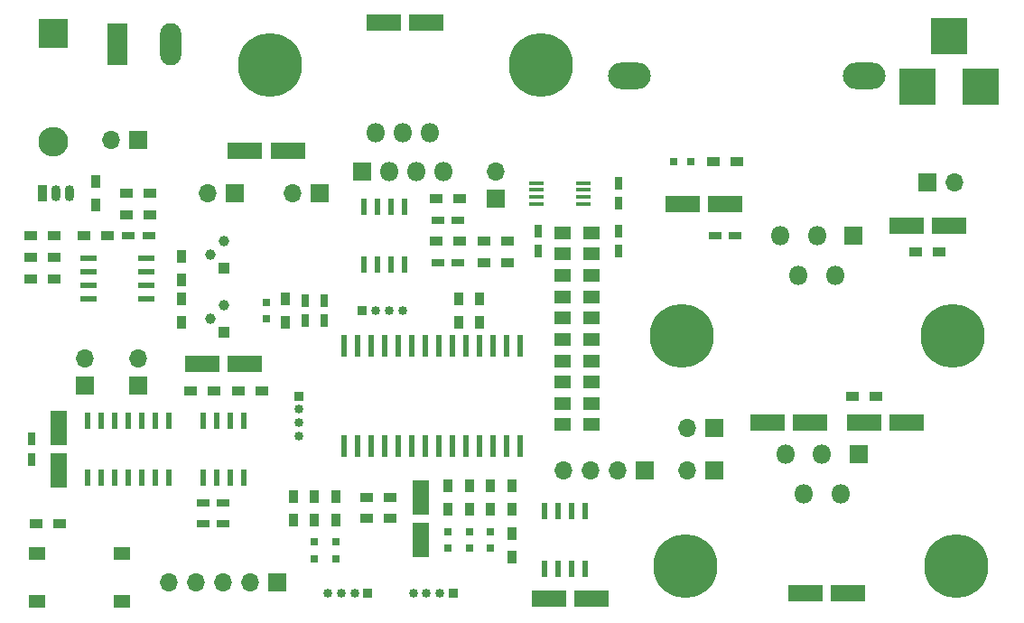
<source format=gts>
G04 #@! TF.FileFunction,Soldermask,Top*
%FSLAX46Y46*%
G04 Gerber Fmt 4.6, Leading zero omitted, Abs format (unit mm)*
G04 Created by KiCad (PCBNEW 4.0.7-e2-6376~58~ubuntu16.04.1) date Thu Jan 18 23:56:28 2018*
%MOMM*%
%LPD*%
G01*
G04 APERTURE LIST*
%ADD10C,0.100000*%
%ADD11R,0.900000X1.200000*%
%ADD12R,2.800000X2.800000*%
%ADD13O,2.800000X2.800000*%
%ADD14R,1.700000X1.700000*%
%ADD15O,1.700000X1.700000*%
%ADD16R,1.500000X3.200000*%
%ADD17R,1.200000X0.900000*%
%ADD18R,0.750000X1.200000*%
%ADD19R,1.200000X0.750000*%
%ADD20R,3.200000X1.500000*%
%ADD21R,3.500000X3.500000*%
%ADD22R,0.800000X0.800000*%
%ADD23O,4.000000X2.500000*%
%ADD24C,5.999480*%
%ADD25R,0.850000X0.850000*%
%ADD26C,0.850000*%
%ADD27R,1.980000X3.960000*%
%ADD28O,1.980000X3.960000*%
%ADD29C,1.000000*%
%ADD30R,1.000000X1.000000*%
%ADD31R,1.500000X1.300000*%
%ADD32R,1.550000X1.300000*%
%ADD33R,0.600000X1.550000*%
%ADD34R,0.600000X1.500000*%
%ADD35R,0.600000X2.000000*%
%ADD36R,1.800000X1.800000*%
%ADD37O,1.800000X1.800000*%
%ADD38O,0.900000X1.500000*%
%ADD39R,0.900000X1.500000*%
%ADD40R,1.450000X0.450000*%
%ADD41R,1.550000X0.600000*%
G04 APERTURE END LIST*
D10*
D11*
X40000000Y-50900000D03*
X40000000Y-53100000D03*
D12*
X36000000Y-37000000D03*
D13*
X36000000Y-47160000D03*
D14*
X44000000Y-70000000D03*
D15*
X44000000Y-67460000D03*
D16*
X36500000Y-78000000D03*
X36500000Y-74000000D03*
D17*
X65400000Y-80500000D03*
X67600000Y-80500000D03*
D18*
X59600000Y-62050000D03*
X59600000Y-63950000D03*
D19*
X50050000Y-81000000D03*
X51950000Y-81000000D03*
D18*
X61400000Y-62050000D03*
X61400000Y-63950000D03*
D19*
X50050000Y-83000000D03*
X51950000Y-83000000D03*
D20*
X82500000Y-90000000D03*
X86500000Y-90000000D03*
X54000000Y-68000000D03*
X50000000Y-68000000D03*
D19*
X44950000Y-56000000D03*
X43050000Y-56000000D03*
D16*
X70500000Y-80500000D03*
X70500000Y-84500000D03*
D18*
X34000000Y-76950000D03*
X34000000Y-75050000D03*
X89000000Y-52950000D03*
X89000000Y-51050000D03*
D20*
X58000000Y-48000000D03*
X54000000Y-48000000D03*
D18*
X81500000Y-55550000D03*
X81500000Y-57450000D03*
X89000000Y-55550000D03*
X89000000Y-57450000D03*
D20*
X99000000Y-53000000D03*
X95000000Y-53000000D03*
D19*
X99950000Y-56000000D03*
X98050000Y-56000000D03*
D20*
X116000000Y-55000000D03*
X120000000Y-55000000D03*
X106500000Y-89500000D03*
X110500000Y-89500000D03*
X116000000Y-73500000D03*
X112000000Y-73500000D03*
X107000000Y-73500000D03*
X103000000Y-73500000D03*
D19*
X72050000Y-54500000D03*
X73950000Y-54500000D03*
X72050000Y-58500000D03*
X73950000Y-58500000D03*
D20*
X71000000Y-36000000D03*
X67000000Y-36000000D03*
D21*
X117000000Y-42000000D03*
X123000000Y-42000000D03*
X120000000Y-37300000D03*
D22*
X77000000Y-83700000D03*
X77000000Y-85300000D03*
X75000000Y-83700000D03*
X75000000Y-85300000D03*
X62500000Y-84700000D03*
X62500000Y-86300000D03*
X60500000Y-84700000D03*
X60500000Y-86300000D03*
X73000000Y-83700000D03*
X73000000Y-85300000D03*
X56000000Y-63800000D03*
X56000000Y-62200000D03*
D23*
X112000000Y-41000000D03*
X90000000Y-41000000D03*
D24*
X81700000Y-40000000D03*
X56300000Y-40000000D03*
X120700000Y-87000000D03*
X95300000Y-87000000D03*
X120300000Y-65400000D03*
X94900000Y-65400000D03*
D14*
X39000000Y-70000000D03*
D15*
X39000000Y-67460000D03*
D14*
X53000000Y-52000000D03*
D15*
X50460000Y-52000000D03*
D14*
X44000000Y-47000000D03*
D15*
X41460000Y-47000000D03*
D14*
X77500000Y-52500000D03*
D15*
X77500000Y-49960000D03*
D14*
X118000000Y-51000000D03*
D15*
X120540000Y-51000000D03*
D14*
X98000000Y-78000000D03*
D15*
X95460000Y-78000000D03*
D14*
X98000000Y-74000000D03*
D15*
X95460000Y-74000000D03*
D14*
X91500000Y-78000000D03*
D15*
X88960000Y-78000000D03*
X86420000Y-78000000D03*
X83880000Y-78000000D03*
D14*
X57000000Y-88500000D03*
D15*
X54460000Y-88500000D03*
X51920000Y-88500000D03*
X49380000Y-88500000D03*
X46840000Y-88500000D03*
D25*
X65500000Y-89500000D03*
D26*
X64250000Y-89500000D03*
X63000000Y-89500000D03*
X61750000Y-89500000D03*
D25*
X73500000Y-89500000D03*
D26*
X72250000Y-89500000D03*
X71000000Y-89500000D03*
X69750000Y-89500000D03*
D27*
X42000000Y-38000000D03*
D28*
X47000000Y-38000000D03*
D29*
X50730000Y-57730000D03*
X52000000Y-56460000D03*
D30*
X52000000Y-59000000D03*
D29*
X50730000Y-63730000D03*
X52000000Y-62460000D03*
D30*
X52000000Y-65000000D03*
D11*
X79000000Y-81600000D03*
X79000000Y-79400000D03*
D17*
X51100000Y-70500000D03*
X48900000Y-70500000D03*
D11*
X79000000Y-83900000D03*
X79000000Y-86100000D03*
D17*
X53400000Y-70500000D03*
X55600000Y-70500000D03*
X34400000Y-83000000D03*
X36600000Y-83000000D03*
X36100000Y-56000000D03*
X33900000Y-56000000D03*
X42900000Y-52000000D03*
X45100000Y-52000000D03*
X36100000Y-58000000D03*
X33900000Y-58000000D03*
X36100000Y-60000000D03*
X33900000Y-60000000D03*
D11*
X77000000Y-79400000D03*
X77000000Y-81600000D03*
X75000000Y-79400000D03*
X75000000Y-81600000D03*
D17*
X65400000Y-82500000D03*
X67600000Y-82500000D03*
D31*
X83750000Y-73700000D03*
X86450000Y-73700000D03*
X83750000Y-71700000D03*
X86450000Y-71700000D03*
X83750000Y-69700000D03*
X86450000Y-69700000D03*
X83750000Y-67700000D03*
X86450000Y-67700000D03*
X83750000Y-65700000D03*
X86450000Y-65700000D03*
X83750000Y-63700000D03*
X86450000Y-63700000D03*
X83750000Y-61700000D03*
X86450000Y-61700000D03*
X83750000Y-59700000D03*
X86450000Y-59700000D03*
X83750000Y-57700000D03*
X86450000Y-57700000D03*
X83750000Y-55700000D03*
X86450000Y-55700000D03*
D11*
X48000000Y-60100000D03*
X48000000Y-57900000D03*
D17*
X38900000Y-56000000D03*
X41100000Y-56000000D03*
X42900000Y-54000000D03*
X45100000Y-54000000D03*
D11*
X48000000Y-61900000D03*
X48000000Y-64100000D03*
X57800000Y-61900000D03*
X57800000Y-64100000D03*
X58500000Y-82600000D03*
X58500000Y-80400000D03*
D17*
X71900000Y-52500000D03*
X74100000Y-52500000D03*
X113100000Y-71000000D03*
X110900000Y-71000000D03*
D11*
X76000000Y-64100000D03*
X76000000Y-61900000D03*
X74000000Y-64100000D03*
X74000000Y-61900000D03*
D17*
X74100000Y-56500000D03*
X71900000Y-56500000D03*
D11*
X62500000Y-82600000D03*
X62500000Y-80400000D03*
X60500000Y-82600000D03*
X60500000Y-80400000D03*
X73000000Y-79400000D03*
X73000000Y-81600000D03*
D17*
X78600000Y-56500000D03*
X76400000Y-56500000D03*
X76400000Y-58500000D03*
X78600000Y-58500000D03*
X116900000Y-57500000D03*
X119100000Y-57500000D03*
D32*
X42475000Y-90250000D03*
X34525000Y-90250000D03*
X42475000Y-85750000D03*
X34525000Y-85750000D03*
D33*
X82095000Y-87200000D03*
X83365000Y-87200000D03*
X84635000Y-87200000D03*
X85905000Y-87200000D03*
X85905000Y-81800000D03*
X84635000Y-81800000D03*
X83365000Y-81800000D03*
X82095000Y-81800000D03*
X50095000Y-78700000D03*
X51365000Y-78700000D03*
X52635000Y-78700000D03*
X53905000Y-78700000D03*
X53905000Y-73300000D03*
X52635000Y-73300000D03*
X51365000Y-73300000D03*
X50095000Y-73300000D03*
D34*
X39190000Y-78700000D03*
X40460000Y-78700000D03*
X41730000Y-78700000D03*
X43000000Y-78700000D03*
X44270000Y-78700000D03*
X45540000Y-78700000D03*
X46810000Y-78700000D03*
X46810000Y-73300000D03*
X45540000Y-73300000D03*
X44270000Y-73300000D03*
X43000000Y-73300000D03*
X41730000Y-73300000D03*
X40460000Y-73300000D03*
X39190000Y-73300000D03*
D35*
X79755000Y-66300000D03*
X78485000Y-66300000D03*
X77215000Y-66300000D03*
X75945000Y-66300000D03*
X74675000Y-66300000D03*
X73405000Y-66300000D03*
X72135000Y-66300000D03*
X70865000Y-66300000D03*
X69595000Y-66300000D03*
X68325000Y-66300000D03*
X67055000Y-66300000D03*
X65785000Y-66300000D03*
X64515000Y-66300000D03*
X63245000Y-66300000D03*
X63245000Y-75700000D03*
X64515000Y-75700000D03*
X65785000Y-75700000D03*
X67055000Y-75700000D03*
X68325000Y-75700000D03*
X69595000Y-75700000D03*
X70865000Y-75700000D03*
X72135000Y-75700000D03*
X73405000Y-75700000D03*
X74675000Y-75700000D03*
X75945000Y-75700000D03*
X77215000Y-75700000D03*
X78485000Y-75700000D03*
X79755000Y-75700000D03*
D36*
X65000000Y-50000000D03*
D37*
X66270000Y-46300000D03*
X67540000Y-50000000D03*
X68810000Y-46300000D03*
X70080000Y-50000000D03*
X71350000Y-46300000D03*
X72620000Y-50000000D03*
D38*
X36270000Y-52000000D03*
X37540000Y-52000000D03*
D39*
X35000000Y-52000000D03*
D40*
X85700000Y-52975000D03*
X85700000Y-52325000D03*
X85700000Y-51675000D03*
X85700000Y-51025000D03*
X81300000Y-51025000D03*
X81300000Y-51675000D03*
X81300000Y-52325000D03*
X81300000Y-52975000D03*
D36*
X111000000Y-56000000D03*
D37*
X109300000Y-59700000D03*
X107600000Y-56000000D03*
X105900000Y-59700000D03*
X104200000Y-56000000D03*
D36*
X111500000Y-76500000D03*
D37*
X109800000Y-80200000D03*
X108100000Y-76500000D03*
X106400000Y-80200000D03*
X104700000Y-76500000D03*
D14*
X61000000Y-52000000D03*
D15*
X58460000Y-52000000D03*
D25*
X59000000Y-71000000D03*
D26*
X59000000Y-72250000D03*
X59000000Y-73500000D03*
X59000000Y-74750000D03*
D25*
X65000000Y-63000000D03*
D26*
X66250000Y-63000000D03*
X67500000Y-63000000D03*
X68750000Y-63000000D03*
D22*
X95800000Y-49000000D03*
X94200000Y-49000000D03*
D17*
X97900000Y-49000000D03*
X100100000Y-49000000D03*
D41*
X39300000Y-58095000D03*
X39300000Y-59365000D03*
X39300000Y-60635000D03*
X39300000Y-61905000D03*
X44700000Y-61905000D03*
X44700000Y-60635000D03*
X44700000Y-59365000D03*
X44700000Y-58095000D03*
D33*
X65095000Y-58700000D03*
X66365000Y-58700000D03*
X67635000Y-58700000D03*
X68905000Y-58700000D03*
X68905000Y-53300000D03*
X67635000Y-53300000D03*
X66365000Y-53300000D03*
X65095000Y-53300000D03*
M02*

</source>
